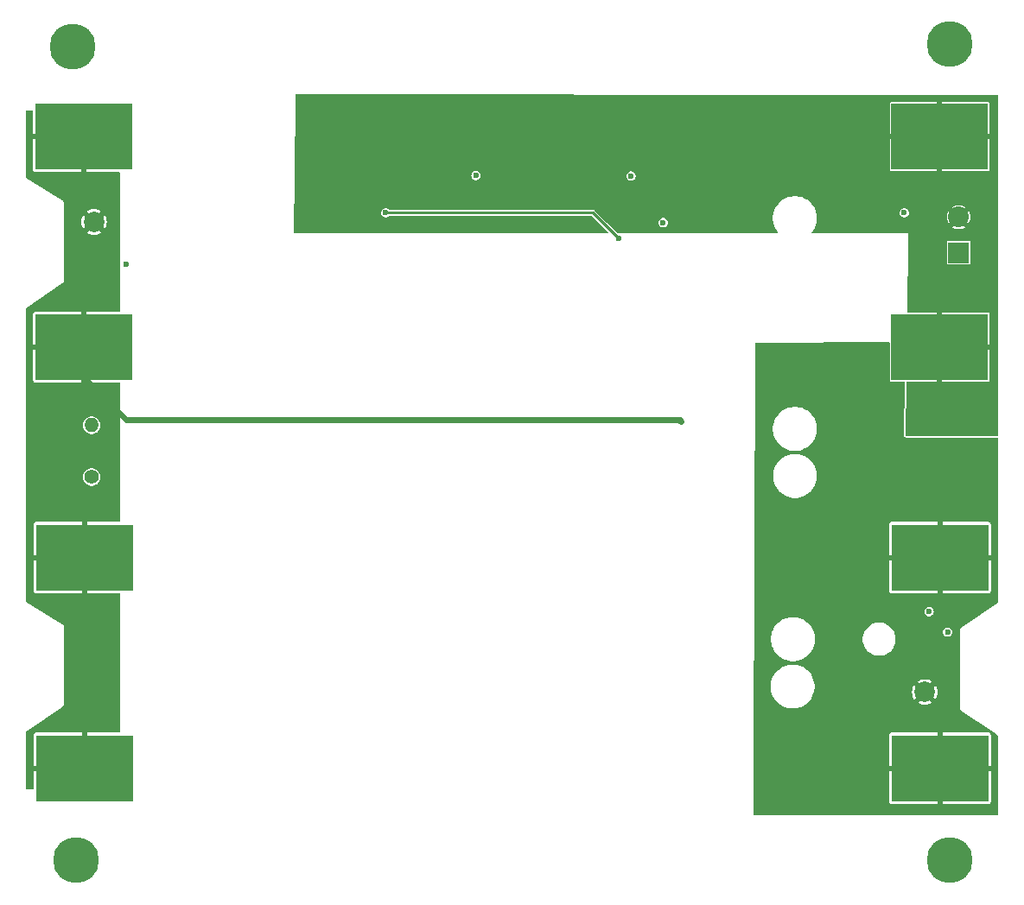
<source format=gbl>
%TF.GenerationSoftware,KiCad,Pcbnew,9.0.1*%
%TF.CreationDate,2025-04-05T20:39:17-07:00*%
%TF.ProjectId,batteryboard,62617474-6572-4796-926f-6172642e6b69,2.3*%
%TF.SameCoordinates,Original*%
%TF.FileFunction,Copper,L4,Bot*%
%TF.FilePolarity,Positive*%
%FSLAX45Y45*%
G04 Gerber Fmt 4.5, Leading zero omitted, Abs format (unit mm)*
G04 Created by KiCad (PCBNEW 9.0.1) date 2025-04-05 20:39:17*
%MOMM*%
%LPD*%
G01*
G04 APERTURE LIST*
%TA.AperFunction,ComponentPad*%
%ADD10C,2.000000*%
%TD*%
%TA.AperFunction,ComponentPad*%
%ADD11C,4.500000*%
%TD*%
%TA.AperFunction,ComponentPad*%
%ADD12R,2.032000X2.032000*%
%TD*%
%TA.AperFunction,ComponentPad*%
%ADD13C,2.032000*%
%TD*%
%TA.AperFunction,ComponentPad*%
%ADD14C,1.400000*%
%TD*%
%TA.AperFunction,ComponentPad*%
%ADD15O,1.400000X1.400000*%
%TD*%
%TA.AperFunction,SMDPad,CuDef*%
%ADD16R,9.467600X6.477000*%
%TD*%
%TA.AperFunction,ViaPad*%
%ADD17C,0.600000*%
%TD*%
%TA.AperFunction,Conductor*%
%ADD18C,0.609600*%
%TD*%
%TA.AperFunction,Conductor*%
%ADD19C,0.271780*%
%TD*%
G04 APERTURE END LIST*
D10*
%TO.P,TP1,1,1*%
%TO.N,B-*%
X14159230Y-12238990D03*
%TD*%
%TO.P,TP2,1,1*%
%TO.N,BM*%
X6018530Y-7628890D03*
%TD*%
D11*
%TO.P,H4,1,1*%
%TO.N,unconnected-(H4-Pad1)*%
X14401030Y-13889990D03*
%TD*%
%TO.P,H2,1,1*%
%TO.N,unconnected-(H2-Pad1)*%
X5806070Y-5909890D03*
%TD*%
%TO.P,H1,1,1*%
%TO.N,unconnected-(H1-Pad1)*%
X5844170Y-13885490D03*
%TD*%
%TO.P,H3,1,1*%
%TO.N,unconnected-(H3-Pad1)*%
X14401030Y-5888990D03*
%TD*%
D12*
%TO.P,J8,1,1*%
%TO.N,PACK-*%
X14490330Y-7931210D03*
D13*
%TO.P,J8,2,2*%
%TO.N,PACK+*%
X14490330Y-7581210D03*
%TD*%
D14*
%TO.P,TH1,1*%
%TO.N,PyCubed_SENSE*%
X5993930Y-10130790D03*
D15*
%TO.P,TH1,2*%
%TO.N,PYCUBED_GND*%
X5993930Y-9622790D03*
%TD*%
D16*
%TO.P,J2,1,NEG*%
%TO.N,BM*%
X5920740Y-8856980D03*
%TO.P,J2,2,POS*%
%TO.N,PACK+*%
X14302740Y-8856980D03*
%TD*%
%TO.P,J1,1,NEG*%
%TO.N,B-*%
X14305280Y-12984480D03*
%TO.P,J1,2,POS*%
%TO.N,BM*%
X5923280Y-12984480D03*
%TD*%
%TO.P,J3,1,NEG*%
%TO.N,B-*%
X14305280Y-10919460D03*
%TO.P,J3,2,POS*%
%TO.N,BM*%
X5923280Y-10919460D03*
%TD*%
%TO.P,J4,1,NEG*%
%TO.N,BM*%
X5920740Y-6791960D03*
%TO.P,J4,2,POS*%
%TO.N,PACK+*%
X14302740Y-6791960D03*
%TD*%
D17*
%TO.N,B-*%
X14325600Y-12979400D03*
X14655800Y-12979400D03*
X14503400Y-12979400D03*
X14173200Y-12979400D03*
X14655800Y-13208000D03*
X14173200Y-13208000D03*
X14325600Y-13208000D03*
X14503400Y-13208000D03*
X13187310Y-9067800D03*
X13271130Y-9067800D03*
X13106400Y-9067800D03*
X13187310Y-9156700D03*
X13106400Y-9156700D03*
X13271130Y-9156700D03*
X14325600Y-12750800D03*
X14655800Y-12750800D03*
X14503400Y-12750800D03*
X13187310Y-8978900D03*
X14173200Y-12750800D03*
X13106400Y-8978900D03*
X13271130Y-8978900D03*
%TO.N,BM*%
X5999570Y-12188190D03*
X5999570Y-11832590D03*
X5999570Y-12010390D03*
X5999570Y-11654790D03*
X6151970Y-11654790D03*
X6151970Y-11832590D03*
X6151970Y-12188190D03*
X6151970Y-12010390D03*
X5847170Y-12010390D03*
X5847170Y-11832590D03*
X5847170Y-11654790D03*
X5847170Y-12188190D03*
X11766550Y-9582150D03*
%TO.N,PACK+*%
X14084300Y-9474200D03*
X14300200Y-9474200D03*
X14528800Y-9474200D03*
X14744700Y-9474200D03*
X14528800Y-9613900D03*
X14084300Y-9613900D03*
X14300200Y-9613900D03*
X14744700Y-9613900D03*
X14084300Y-9334500D03*
X8571230Y-7514590D03*
X14300200Y-9334500D03*
X8177530Y-6777990D03*
X8572500Y-6769100D03*
X8177530Y-7514590D03*
X14744700Y-9334500D03*
X8177530Y-6879590D03*
X14528800Y-9334500D03*
X8572500Y-6896100D03*
%TO.N,/HEATER*%
X13956030Y-7539990D03*
X6336030Y-8047990D03*
X14381110Y-11650290D03*
%TO.N,PyCubed_ENABLE*%
X11162030Y-7793990D03*
X8876030Y-7539990D03*
%TO.N,PYCUBED_GND*%
X11594470Y-7635390D03*
X14199470Y-11450390D03*
X9759470Y-7175390D03*
X11279470Y-7177890D03*
%TD*%
D18*
%TO.N,BM*%
X11756390Y-9571990D02*
X11766550Y-9582150D01*
X5920740Y-8856980D02*
X5920740Y-9156700D01*
X5920740Y-9156700D02*
X6336030Y-9571990D01*
X6336030Y-9571990D02*
X11756390Y-9571990D01*
D19*
%TO.N,PyCubed_ENABLE*%
X11162030Y-7793990D02*
X10908030Y-7539990D01*
X10908030Y-7539990D02*
X8876030Y-7539990D01*
%TD*%
%TA.AperFunction,Conductor*%
%TO.N,PACK+*%
G36*
X13487400Y-6388100D02*
G01*
X13487402Y-6388100D01*
X13487407Y-6388100D01*
X14062203Y-6384343D01*
X14070299Y-6384290D01*
X14070348Y-6384290D01*
X14871137Y-6384290D01*
X14875971Y-6386049D01*
X14878543Y-6390504D01*
X14878657Y-6391808D01*
X14879018Y-8038776D01*
X14879387Y-9720679D01*
X14877628Y-9725513D01*
X14873174Y-9728086D01*
X14871867Y-9728200D01*
X13977047Y-9728200D01*
X13972213Y-9726441D01*
X13969641Y-9721986D01*
X13969528Y-9720586D01*
X13975961Y-9203496D01*
X13977781Y-9198685D01*
X13982267Y-9196169D01*
X13983481Y-9196070D01*
X14277340Y-9196070D01*
X14328140Y-9196070D01*
X14777621Y-9196070D01*
X14782066Y-9195186D01*
X14782066Y-9195186D01*
X14787107Y-9191817D01*
X14790476Y-9186776D01*
X14790476Y-9186776D01*
X14791360Y-9182331D01*
X14791360Y-8882380D01*
X14328140Y-8882380D01*
X14328140Y-9196070D01*
X14277340Y-9196070D01*
X14277340Y-8831580D01*
X14328140Y-8831580D01*
X14791360Y-8831580D01*
X14791360Y-8531629D01*
X14790476Y-8527184D01*
X14790476Y-8527184D01*
X14787107Y-8522143D01*
X14782066Y-8518774D01*
X14782066Y-8518774D01*
X14777621Y-8517890D01*
X14328140Y-8517890D01*
X14328140Y-8831580D01*
X14277340Y-8831580D01*
X14277340Y-8517890D01*
X13992105Y-8517890D01*
X13987272Y-8516131D01*
X13984700Y-8511676D01*
X13984586Y-8510276D01*
X13993073Y-7828104D01*
X14373440Y-7828104D01*
X14373440Y-8034316D01*
X14373440Y-8034316D01*
X14374327Y-8038776D01*
X14377706Y-8043833D01*
X14377706Y-8043833D01*
X14377707Y-8043834D01*
X14382764Y-8047213D01*
X14387224Y-8048100D01*
X14593436Y-8048100D01*
X14597896Y-8047213D01*
X14602953Y-8043834D01*
X14606333Y-8038776D01*
X14607220Y-8034316D01*
X14607220Y-7828105D01*
X14606333Y-7823644D01*
X14603047Y-7818727D01*
X14602953Y-7818587D01*
X14602953Y-7818587D01*
X14597896Y-7815207D01*
X14597896Y-7815207D01*
X14593436Y-7814320D01*
X14387224Y-7814320D01*
X14387224Y-7814320D01*
X14382764Y-7815207D01*
X14377707Y-7818587D01*
X14374327Y-7823644D01*
X14374327Y-7823644D01*
X14373440Y-7828104D01*
X13993073Y-7828104D01*
X13994130Y-7743190D01*
X13055027Y-7743190D01*
X13050193Y-7741431D01*
X13047621Y-7736976D01*
X13048514Y-7731910D01*
X13049061Y-7731092D01*
X13063691Y-7712026D01*
X13063691Y-7712026D01*
X13077814Y-7687564D01*
X13088623Y-7661469D01*
X13095933Y-7634186D01*
X13099620Y-7606183D01*
X13099620Y-7577937D01*
X13095933Y-7549934D01*
X13093269Y-7539990D01*
X13910274Y-7539990D01*
X13912128Y-7552881D01*
X13917538Y-7564727D01*
X13917538Y-7564728D01*
X13926067Y-7574570D01*
X13931306Y-7577937D01*
X13936399Y-7581210D01*
X13937023Y-7581611D01*
X13949518Y-7585280D01*
X13962542Y-7585280D01*
X13975037Y-7581611D01*
X13975037Y-7581611D01*
X13975038Y-7581611D01*
X13975661Y-7581210D01*
X14372989Y-7581210D01*
X14372989Y-7581210D01*
X14374987Y-7602771D01*
X14374987Y-7602772D01*
X14380913Y-7623598D01*
X14380913Y-7623599D01*
X14390565Y-7642982D01*
X14391456Y-7644162D01*
X14433749Y-7601870D01*
X14434419Y-7604369D01*
X14442318Y-7618051D01*
X14453489Y-7629222D01*
X14467171Y-7637121D01*
X14469670Y-7637791D01*
X14427642Y-7679819D01*
X14427642Y-7679819D01*
X14438027Y-7686249D01*
X14438027Y-7686249D01*
X14458218Y-7694071D01*
X14479504Y-7698050D01*
X14479504Y-7698050D01*
X14501156Y-7698050D01*
X14501156Y-7698050D01*
X14522442Y-7694071D01*
X14542632Y-7686249D01*
X14542633Y-7686249D01*
X14553018Y-7679819D01*
X14553018Y-7679819D01*
X14510990Y-7637791D01*
X14513489Y-7637121D01*
X14527171Y-7629222D01*
X14538342Y-7618051D01*
X14546241Y-7604369D01*
X14546911Y-7601870D01*
X14589203Y-7644163D01*
X14589203Y-7644163D01*
X14590095Y-7642982D01*
X14599747Y-7623599D01*
X14599747Y-7623598D01*
X14605672Y-7602772D01*
X14605673Y-7602771D01*
X14607671Y-7581210D01*
X14607671Y-7581210D01*
X14605673Y-7559649D01*
X14605672Y-7559648D01*
X14599747Y-7538822D01*
X14599747Y-7538822D01*
X14590095Y-7519438D01*
X14589203Y-7518258D01*
X14589203Y-7518258D01*
X14546911Y-7560550D01*
X14546241Y-7558051D01*
X14538342Y-7544369D01*
X14527171Y-7533198D01*
X14513489Y-7525299D01*
X14510990Y-7524629D01*
X14553018Y-7482601D01*
X14542633Y-7476171D01*
X14542633Y-7476171D01*
X14522442Y-7468349D01*
X14501156Y-7464370D01*
X14479504Y-7464370D01*
X14458218Y-7468349D01*
X14438026Y-7476171D01*
X14438026Y-7476171D01*
X14427642Y-7482601D01*
X14427642Y-7482601D01*
X14469670Y-7524629D01*
X14467171Y-7525299D01*
X14453489Y-7533198D01*
X14442318Y-7544369D01*
X14434419Y-7558051D01*
X14433749Y-7560550D01*
X14391456Y-7518258D01*
X14390565Y-7519438D01*
X14380913Y-7538822D01*
X14380913Y-7538822D01*
X14374987Y-7559648D01*
X14374987Y-7559649D01*
X14372989Y-7581210D01*
X13975661Y-7581210D01*
X13985994Y-7574570D01*
X13994522Y-7564727D01*
X13999932Y-7552881D01*
X14001786Y-7539990D01*
X13999932Y-7527099D01*
X13994522Y-7515253D01*
X13994522Y-7515252D01*
X13985993Y-7505410D01*
X13975037Y-7498369D01*
X13962542Y-7494700D01*
X13949518Y-7494700D01*
X13937023Y-7498369D01*
X13926067Y-7505410D01*
X13917538Y-7515252D01*
X13917538Y-7515253D01*
X13912128Y-7527099D01*
X13910274Y-7539990D01*
X13093269Y-7539990D01*
X13088623Y-7522651D01*
X13077814Y-7496556D01*
X13063691Y-7472094D01*
X13057764Y-7464370D01*
X13046497Y-7449686D01*
X13046496Y-7449685D01*
X13026525Y-7429714D01*
X13026523Y-7429713D01*
X13004116Y-7412519D01*
X12979654Y-7398396D01*
X12953559Y-7387587D01*
X12953559Y-7387587D01*
X12953559Y-7387587D01*
X12926276Y-7380277D01*
X12898273Y-7376590D01*
X12870027Y-7376590D01*
X12842024Y-7380277D01*
X12842023Y-7380277D01*
X12842023Y-7380277D01*
X12824727Y-7384911D01*
X12814741Y-7387587D01*
X12814741Y-7387587D01*
X12814740Y-7387587D01*
X12814740Y-7387587D01*
X12788645Y-7398396D01*
X12764184Y-7412519D01*
X12741776Y-7429713D01*
X12741775Y-7429714D01*
X12721804Y-7449685D01*
X12721803Y-7449686D01*
X12704609Y-7472094D01*
X12690486Y-7496555D01*
X12679677Y-7522650D01*
X12679677Y-7522650D01*
X12675344Y-7538822D01*
X12672367Y-7549934D01*
X12668680Y-7577937D01*
X12668680Y-7606183D01*
X12672367Y-7634186D01*
X12679318Y-7660128D01*
X12679677Y-7661469D01*
X12679677Y-7661469D01*
X12690486Y-7687564D01*
X12704609Y-7712026D01*
X12719239Y-7731092D01*
X12720786Y-7735998D01*
X12718817Y-7740750D01*
X12714254Y-7743126D01*
X12713273Y-7743190D01*
X11155186Y-7743190D01*
X11150352Y-7741431D01*
X11149868Y-7740987D01*
X11044271Y-7635390D01*
X11548714Y-7635390D01*
X11550568Y-7648281D01*
X11555978Y-7660127D01*
X11555978Y-7660128D01*
X11564507Y-7669970D01*
X11575463Y-7677011D01*
X11587958Y-7680680D01*
X11600982Y-7680680D01*
X11613477Y-7677011D01*
X11613477Y-7677011D01*
X11613478Y-7677011D01*
X11624434Y-7669970D01*
X11632962Y-7660127D01*
X11638372Y-7648281D01*
X11640226Y-7635390D01*
X11638372Y-7622499D01*
X11632962Y-7610653D01*
X11632962Y-7610652D01*
X11624433Y-7600810D01*
X11613477Y-7593769D01*
X11600982Y-7590100D01*
X11587958Y-7590100D01*
X11575463Y-7593769D01*
X11564507Y-7600810D01*
X11555978Y-7610652D01*
X11555978Y-7610653D01*
X11550568Y-7622499D01*
X11548714Y-7635390D01*
X11044271Y-7635390D01*
X10925763Y-7516881D01*
X10925762Y-7516881D01*
X10919177Y-7513079D01*
X10916729Y-7512423D01*
X10911832Y-7511111D01*
X10911832Y-7511111D01*
X8914368Y-7511111D01*
X8909534Y-7509352D01*
X8908685Y-7508516D01*
X8905993Y-7505410D01*
X8895037Y-7498369D01*
X8882542Y-7494700D01*
X8869518Y-7494700D01*
X8857023Y-7498369D01*
X8846067Y-7505410D01*
X8837538Y-7515252D01*
X8837538Y-7515253D01*
X8832128Y-7527099D01*
X8830274Y-7539990D01*
X8832128Y-7552881D01*
X8837538Y-7564727D01*
X8837538Y-7564728D01*
X8846067Y-7574570D01*
X8851306Y-7577937D01*
X8856399Y-7581210D01*
X8857023Y-7581611D01*
X8869518Y-7585280D01*
X8882542Y-7585280D01*
X8895037Y-7581611D01*
X8895037Y-7581611D01*
X8895038Y-7581611D01*
X8905994Y-7574570D01*
X8908685Y-7571464D01*
X8913180Y-7568963D01*
X8914368Y-7568869D01*
X10892953Y-7568869D01*
X10897787Y-7570628D01*
X10898271Y-7571072D01*
X11057552Y-7730353D01*
X11059726Y-7735015D01*
X11058394Y-7739983D01*
X11054180Y-7742934D01*
X11052234Y-7743190D01*
X7981955Y-7743190D01*
X7977121Y-7741431D01*
X7974549Y-7736976D01*
X7974436Y-7735565D01*
X7974444Y-7735015D01*
X7982227Y-7175390D01*
X9713714Y-7175390D01*
X9715568Y-7188281D01*
X9720978Y-7200127D01*
X9720978Y-7200128D01*
X9729507Y-7209970D01*
X9740463Y-7217011D01*
X9752958Y-7220680D01*
X9765982Y-7220680D01*
X9778477Y-7217011D01*
X9778477Y-7217011D01*
X9778478Y-7217011D01*
X9789434Y-7209970D01*
X9797962Y-7200127D01*
X9803372Y-7188281D01*
X9804866Y-7177890D01*
X11233714Y-7177890D01*
X11235568Y-7190781D01*
X11240978Y-7202627D01*
X11240978Y-7202628D01*
X11249507Y-7212470D01*
X11260463Y-7219511D01*
X11272958Y-7223180D01*
X11285982Y-7223180D01*
X11298477Y-7219511D01*
X11298477Y-7219511D01*
X11298478Y-7219511D01*
X11309434Y-7212470D01*
X11317962Y-7202627D01*
X11323372Y-7190781D01*
X11325226Y-7177890D01*
X11323372Y-7164999D01*
X11322230Y-7162499D01*
X11317962Y-7153153D01*
X11317962Y-7153152D01*
X11309433Y-7143310D01*
X11298477Y-7136269D01*
X11285982Y-7132600D01*
X11272958Y-7132600D01*
X11260463Y-7136269D01*
X11249507Y-7143310D01*
X11240978Y-7153152D01*
X11240978Y-7153153D01*
X11235568Y-7164999D01*
X11233714Y-7177890D01*
X9804866Y-7177890D01*
X9805226Y-7175390D01*
X9803372Y-7162499D01*
X9797962Y-7150653D01*
X9797962Y-7150652D01*
X9789433Y-7140810D01*
X9778477Y-7133769D01*
X9765982Y-7130100D01*
X9752958Y-7130100D01*
X9740463Y-7133769D01*
X9729507Y-7140810D01*
X9720978Y-7150652D01*
X9720978Y-7150653D01*
X9715568Y-7162499D01*
X9713714Y-7175390D01*
X7982227Y-7175390D01*
X7983035Y-7117311D01*
X13814120Y-7117311D01*
X13815004Y-7121756D01*
X13815004Y-7121756D01*
X13818373Y-7126797D01*
X13823413Y-7130166D01*
X13823414Y-7130166D01*
X13827859Y-7131050D01*
X14277340Y-7131050D01*
X14328140Y-7131050D01*
X14777621Y-7131050D01*
X14782066Y-7130166D01*
X14782066Y-7130166D01*
X14787107Y-7126797D01*
X14790476Y-7121756D01*
X14790476Y-7121756D01*
X14791360Y-7117311D01*
X14791360Y-6817360D01*
X14328140Y-6817360D01*
X14328140Y-7131050D01*
X14277340Y-7131050D01*
X14277340Y-6817360D01*
X13814120Y-6817360D01*
X13814120Y-7117311D01*
X7983035Y-7117311D01*
X7992085Y-6466609D01*
X13814120Y-6466609D01*
X13814120Y-6766560D01*
X14277340Y-6766560D01*
X14328140Y-6766560D01*
X14791360Y-6766560D01*
X14791360Y-6466609D01*
X14790476Y-6462164D01*
X14790476Y-6462163D01*
X14787107Y-6457123D01*
X14782066Y-6453754D01*
X14782066Y-6453754D01*
X14777621Y-6452870D01*
X14328140Y-6452870D01*
X14328140Y-6766560D01*
X14277340Y-6766560D01*
X14277340Y-6452870D01*
X13827859Y-6452870D01*
X13823414Y-6453754D01*
X13823413Y-6453754D01*
X13818373Y-6457123D01*
X13815004Y-6462163D01*
X13815004Y-6462164D01*
X13814120Y-6466609D01*
X7992085Y-6466609D01*
X7993276Y-6380930D01*
X7995103Y-6376121D01*
X7999593Y-6373611D01*
X8000815Y-6373515D01*
X13487400Y-6388100D01*
G37*
%TD.AperFunction*%
%TD*%
%TA.AperFunction,Conductor*%
%TO.N,B-*%
G36*
X13811353Y-8808641D02*
G01*
X13813949Y-8813082D01*
X13814070Y-8814427D01*
X13814070Y-9182336D01*
X13814070Y-9182336D01*
X13814957Y-9186796D01*
X13818336Y-9191853D01*
X13818336Y-9191853D01*
X13818337Y-9191853D01*
X13823394Y-9195233D01*
X13827854Y-9196120D01*
X13952648Y-9196120D01*
X13957481Y-9197879D01*
X13960053Y-9202334D01*
X13960167Y-9203734D01*
X13953739Y-9720388D01*
X13953739Y-9720391D01*
X13953789Y-9721863D01*
X13953789Y-9721864D01*
X13953903Y-9723263D01*
X13953903Y-9723264D01*
X13955967Y-9729881D01*
X13955967Y-9729881D01*
X13958538Y-9734335D01*
X13958539Y-9734336D01*
X13960118Y-9736590D01*
X13966813Y-9741278D01*
X13966813Y-9741278D01*
X13966813Y-9741279D01*
X13971647Y-9743038D01*
X13977047Y-9743990D01*
X13977047Y-9743990D01*
X14871873Y-9743990D01*
X14876707Y-9745749D01*
X14879279Y-9750204D01*
X14879393Y-9751508D01*
X14879746Y-11359158D01*
X14877987Y-11363992D01*
X14876413Y-11365406D01*
X14515282Y-11607539D01*
X14514855Y-11607805D01*
X14512519Y-11609154D01*
X14512518Y-11609154D01*
X14512315Y-11609357D01*
X14511188Y-11610284D01*
X14510950Y-11610444D01*
X14510949Y-11610444D01*
X14509175Y-11612474D01*
X14508831Y-11612842D01*
X14506924Y-11614749D01*
X14506780Y-11614997D01*
X14505931Y-11616185D01*
X14505742Y-11616401D01*
X14505741Y-11616402D01*
X14504553Y-11618822D01*
X14504316Y-11619266D01*
X14502968Y-11621600D01*
X14502967Y-11621602D01*
X14502893Y-11621879D01*
X14502381Y-11623244D01*
X14502254Y-11623502D01*
X14502253Y-11623504D01*
X14501732Y-11626149D01*
X14501618Y-11626639D01*
X14500920Y-11629243D01*
X14500920Y-11629530D01*
X14500778Y-11630985D01*
X14500723Y-11631265D01*
X14500722Y-11631266D01*
X14500903Y-11633955D01*
X14500920Y-11634459D01*
X14500920Y-12393941D01*
X14500903Y-12394444D01*
X14500722Y-12397134D01*
X14500722Y-12397134D01*
X14500778Y-12397414D01*
X14500920Y-12398870D01*
X14500920Y-12399156D01*
X14501618Y-12401761D01*
X14501732Y-12402251D01*
X14502254Y-12404897D01*
X14502254Y-12404898D01*
X14502380Y-12405154D01*
X14502893Y-12406521D01*
X14502968Y-12406799D01*
X14502968Y-12406799D01*
X14504316Y-12409134D01*
X14504553Y-12409579D01*
X14505742Y-12411998D01*
X14505930Y-12412214D01*
X14506781Y-12413403D01*
X14506924Y-12413651D01*
X14508830Y-12415557D01*
X14509174Y-12415925D01*
X14510949Y-12417956D01*
X14511187Y-12418115D01*
X14512316Y-12419044D01*
X14512519Y-12419246D01*
X14513788Y-12419978D01*
X14514855Y-12420595D01*
X14515281Y-12420860D01*
X14829653Y-12631642D01*
X14876401Y-12662986D01*
X14879436Y-12667139D01*
X14879733Y-12669238D01*
X14879189Y-13333730D01*
X14879103Y-13437976D01*
X14877340Y-13442808D01*
X14872883Y-13445377D01*
X14871583Y-13445490D01*
X12485301Y-13445490D01*
X12480467Y-13443731D01*
X12477895Y-13439276D01*
X12477781Y-13437939D01*
X12478304Y-13310832D01*
X13806500Y-13310832D01*
X13807974Y-13318240D01*
X13813588Y-13326642D01*
X13821989Y-13332256D01*
X13821990Y-13332256D01*
X13829398Y-13333730D01*
X14279880Y-13333730D01*
X14330680Y-13333730D01*
X14781162Y-13333730D01*
X14781162Y-13333730D01*
X14788570Y-13332256D01*
X14796972Y-13326642D01*
X14802586Y-13318240D01*
X14802586Y-13318240D01*
X14804060Y-13310832D01*
X14804060Y-13009880D01*
X14330680Y-13009880D01*
X14330680Y-13333730D01*
X14279880Y-13333730D01*
X14279880Y-13009880D01*
X13806500Y-13009880D01*
X13806500Y-13310832D01*
X12478304Y-13310832D01*
X12480988Y-12658128D01*
X13806500Y-12658128D01*
X13806500Y-12959080D01*
X14279880Y-12959080D01*
X14330680Y-12959080D01*
X14804060Y-12959080D01*
X14804060Y-12658128D01*
X14804060Y-12658128D01*
X14802586Y-12650719D01*
X14796972Y-12642317D01*
X14788570Y-12636704D01*
X14788570Y-12636704D01*
X14781162Y-12635230D01*
X14330680Y-12635230D01*
X14330680Y-12959080D01*
X14279880Y-12959080D01*
X14279880Y-12635230D01*
X13829398Y-12635230D01*
X13829398Y-12635230D01*
X13821989Y-12636704D01*
X13813587Y-12642318D01*
X13807974Y-12650719D01*
X13807974Y-12650720D01*
X13806500Y-12658128D01*
X12480988Y-12658128D01*
X12482995Y-12170257D01*
X12648360Y-12170257D01*
X12648360Y-12198503D01*
X12652047Y-12226506D01*
X12652047Y-12226507D01*
X12652047Y-12226507D01*
X12659357Y-12253789D01*
X12659357Y-12253789D01*
X12670166Y-12279884D01*
X12684289Y-12304346D01*
X12701483Y-12326753D01*
X12701484Y-12326755D01*
X12721455Y-12346726D01*
X12721456Y-12346727D01*
X12735206Y-12357277D01*
X12743864Y-12363921D01*
X12768326Y-12378044D01*
X12794421Y-12388853D01*
X12821704Y-12396163D01*
X12849707Y-12399850D01*
X12849708Y-12399850D01*
X12877952Y-12399850D01*
X12877953Y-12399850D01*
X12905956Y-12396163D01*
X12933239Y-12388853D01*
X12959334Y-12378044D01*
X12983796Y-12363921D01*
X13006204Y-12346726D01*
X13026176Y-12326754D01*
X13043371Y-12304346D01*
X13057494Y-12279884D01*
X13068303Y-12253789D01*
X13072268Y-12238990D01*
X14033351Y-12238990D01*
X14035263Y-12260848D01*
X14040942Y-12282043D01*
X14040942Y-12282043D01*
X14050215Y-12301929D01*
X14054397Y-12307902D01*
X14110814Y-12251485D01*
X14112637Y-12258289D01*
X14119220Y-12269691D01*
X14128529Y-12279000D01*
X14139931Y-12285582D01*
X14146735Y-12287406D01*
X14090318Y-12343822D01*
X14090318Y-12343823D01*
X14096291Y-12348004D01*
X14096291Y-12348005D01*
X14116176Y-12357277D01*
X14116177Y-12357277D01*
X14137372Y-12362957D01*
X14159230Y-12364869D01*
X14181088Y-12362957D01*
X14202283Y-12357277D01*
X14202283Y-12357277D01*
X14222169Y-12348005D01*
X14228142Y-12343822D01*
X14171725Y-12287406D01*
X14178529Y-12285582D01*
X14189931Y-12279000D01*
X14199240Y-12269691D01*
X14205822Y-12258289D01*
X14207646Y-12251485D01*
X14264062Y-12307902D01*
X14268245Y-12301929D01*
X14277517Y-12282043D01*
X14277517Y-12282043D01*
X14283197Y-12260848D01*
X14285109Y-12238990D01*
X14283197Y-12217132D01*
X14277517Y-12195937D01*
X14277517Y-12195936D01*
X14268244Y-12176051D01*
X14264063Y-12170078D01*
X14264062Y-12170078D01*
X14207646Y-12226495D01*
X14205822Y-12219691D01*
X14199240Y-12208289D01*
X14189931Y-12198980D01*
X14178529Y-12192397D01*
X14171725Y-12190574D01*
X14228142Y-12134157D01*
X14222169Y-12129975D01*
X14202283Y-12120702D01*
X14202283Y-12120702D01*
X14181088Y-12115023D01*
X14159230Y-12113111D01*
X14137372Y-12115023D01*
X14116177Y-12120702D01*
X14116176Y-12120702D01*
X14096291Y-12129975D01*
X14096291Y-12129975D01*
X14090318Y-12134157D01*
X14090318Y-12134157D01*
X14146735Y-12190574D01*
X14139931Y-12192397D01*
X14128529Y-12198980D01*
X14119220Y-12208289D01*
X14112637Y-12219691D01*
X14110814Y-12226495D01*
X14054397Y-12170078D01*
X14054397Y-12170078D01*
X14050215Y-12176051D01*
X14050215Y-12176051D01*
X14040942Y-12195936D01*
X14040942Y-12195937D01*
X14035263Y-12217132D01*
X14033351Y-12238990D01*
X13072268Y-12238990D01*
X13075613Y-12226506D01*
X13079300Y-12198503D01*
X13079300Y-12170257D01*
X13075613Y-12142254D01*
X13068303Y-12114971D01*
X13057494Y-12088876D01*
X13043371Y-12064414D01*
X13026176Y-12042006D01*
X13026176Y-12042006D01*
X13026176Y-12042005D01*
X13006205Y-12022034D01*
X13006203Y-12022033D01*
X12983796Y-12004839D01*
X12959334Y-11990716D01*
X12933239Y-11979907D01*
X12933239Y-11979907D01*
X12933239Y-11979907D01*
X12905956Y-11972597D01*
X12877953Y-11968910D01*
X12849707Y-11968910D01*
X12821704Y-11972597D01*
X12821703Y-11972597D01*
X12821703Y-11972597D01*
X12804407Y-11977231D01*
X12794421Y-11979907D01*
X12794421Y-11979907D01*
X12794420Y-11979907D01*
X12794420Y-11979907D01*
X12768325Y-11990716D01*
X12743864Y-12004839D01*
X12721456Y-12022033D01*
X12721455Y-12022034D01*
X12701484Y-12042005D01*
X12701483Y-12042006D01*
X12684289Y-12064414D01*
X12670166Y-12088875D01*
X12659357Y-12114970D01*
X12659357Y-12114970D01*
X12659357Y-12114971D01*
X12652047Y-12142254D01*
X12648360Y-12170257D01*
X12482995Y-12170257D01*
X12484907Y-11705437D01*
X12650900Y-11705437D01*
X12650900Y-11733683D01*
X12654587Y-11761686D01*
X12659975Y-11781796D01*
X12661897Y-11788969D01*
X12661897Y-11788969D01*
X12672706Y-11815064D01*
X12686829Y-11839526D01*
X12704023Y-11861933D01*
X12704024Y-11861935D01*
X12723995Y-11881906D01*
X12723996Y-11881906D01*
X12723996Y-11881906D01*
X12746404Y-11899101D01*
X12770866Y-11913224D01*
X12796961Y-11924033D01*
X12824244Y-11931343D01*
X12852247Y-11935030D01*
X12852248Y-11935030D01*
X12880492Y-11935030D01*
X12880493Y-11935030D01*
X12908496Y-11931343D01*
X12935779Y-11924033D01*
X12961874Y-11913224D01*
X12986336Y-11899101D01*
X13008744Y-11881906D01*
X13028716Y-11861934D01*
X13045911Y-11839526D01*
X13060034Y-11815064D01*
X13070843Y-11788969D01*
X13078153Y-11761686D01*
X13081840Y-11733683D01*
X13081840Y-11706800D01*
X13547520Y-11706800D01*
X13547520Y-11732320D01*
X13551512Y-11757525D01*
X13551512Y-11757526D01*
X13552864Y-11761687D01*
X13559398Y-11781796D01*
X13570984Y-11804535D01*
X13578634Y-11815064D01*
X13585984Y-11825181D01*
X13585985Y-11825181D01*
X13604028Y-11843225D01*
X13604029Y-11843226D01*
X13604029Y-11843226D01*
X13624675Y-11858226D01*
X13647414Y-11869812D01*
X13671684Y-11877698D01*
X13696890Y-11881690D01*
X13696890Y-11881690D01*
X13722409Y-11881690D01*
X13722410Y-11881690D01*
X13747615Y-11877698D01*
X13771886Y-11869812D01*
X13794625Y-11858226D01*
X13815271Y-11843226D01*
X13833316Y-11825181D01*
X13848316Y-11804535D01*
X13859902Y-11781796D01*
X13867788Y-11757525D01*
X13871780Y-11732320D01*
X13871780Y-11706800D01*
X13867788Y-11681594D01*
X13859902Y-11657324D01*
X13856318Y-11650290D01*
X14335354Y-11650290D01*
X14337208Y-11663181D01*
X14342618Y-11675027D01*
X14342618Y-11675028D01*
X14351147Y-11684870D01*
X14362103Y-11691911D01*
X14374598Y-11695580D01*
X14387622Y-11695580D01*
X14400117Y-11691911D01*
X14400117Y-11691911D01*
X14400118Y-11691911D01*
X14411074Y-11684870D01*
X14419602Y-11675027D01*
X14425012Y-11663181D01*
X14426866Y-11650290D01*
X14425012Y-11637399D01*
X14423554Y-11634207D01*
X14419602Y-11625553D01*
X14419602Y-11625552D01*
X14413770Y-11618822D01*
X14411074Y-11615710D01*
X14411073Y-11615710D01*
X14411073Y-11615710D01*
X14400117Y-11608669D01*
X14387622Y-11605000D01*
X14374598Y-11605000D01*
X14362103Y-11608669D01*
X14351147Y-11615710D01*
X14342618Y-11625552D01*
X14342618Y-11625553D01*
X14337208Y-11637399D01*
X14335354Y-11650290D01*
X13856318Y-11650290D01*
X13848316Y-11634585D01*
X13833316Y-11613939D01*
X13833316Y-11613939D01*
X13833315Y-11613938D01*
X13815271Y-11595895D01*
X13815271Y-11595894D01*
X13794625Y-11580894D01*
X13794625Y-11580894D01*
X13794625Y-11580894D01*
X13771886Y-11569308D01*
X13771886Y-11569308D01*
X13771885Y-11569308D01*
X13747616Y-11561422D01*
X13747615Y-11561422D01*
X13722410Y-11557430D01*
X13722410Y-11557430D01*
X13696890Y-11557430D01*
X13696890Y-11557430D01*
X13671685Y-11561422D01*
X13671684Y-11561422D01*
X13647415Y-11569308D01*
X13647414Y-11569308D01*
X13647414Y-11569308D01*
X13647413Y-11569308D01*
X13647413Y-11569308D01*
X13624675Y-11580894D01*
X13604029Y-11595894D01*
X13604028Y-11595895D01*
X13585985Y-11613938D01*
X13585984Y-11613939D01*
X13570984Y-11634585D01*
X13559398Y-11657323D01*
X13559398Y-11657325D01*
X13551512Y-11681594D01*
X13551512Y-11681595D01*
X13547520Y-11706800D01*
X13081840Y-11706800D01*
X13081840Y-11705437D01*
X13078153Y-11677434D01*
X13070843Y-11650151D01*
X13060034Y-11624056D01*
X13058616Y-11621600D01*
X13052175Y-11610444D01*
X13045911Y-11599594D01*
X13043072Y-11595894D01*
X13028717Y-11577186D01*
X13028716Y-11577185D01*
X13008745Y-11557214D01*
X13008743Y-11557213D01*
X12986336Y-11540019D01*
X12961874Y-11525896D01*
X12935779Y-11515087D01*
X12935779Y-11515087D01*
X12935779Y-11515087D01*
X12908496Y-11507777D01*
X12880493Y-11504090D01*
X12852247Y-11504090D01*
X12824244Y-11507777D01*
X12824243Y-11507777D01*
X12824243Y-11507777D01*
X12806947Y-11512411D01*
X12796961Y-11515087D01*
X12796961Y-11515087D01*
X12796960Y-11515087D01*
X12796960Y-11515087D01*
X12770865Y-11525896D01*
X12746404Y-11540019D01*
X12723996Y-11557213D01*
X12723995Y-11557214D01*
X12704024Y-11577185D01*
X12704023Y-11577186D01*
X12686829Y-11599594D01*
X12672706Y-11624055D01*
X12661897Y-11650150D01*
X12661897Y-11650150D01*
X12655232Y-11675027D01*
X12654587Y-11677434D01*
X12650900Y-11705437D01*
X12484907Y-11705437D01*
X12485956Y-11450390D01*
X14153714Y-11450390D01*
X14155568Y-11463281D01*
X14160978Y-11475127D01*
X14160978Y-11475128D01*
X14169507Y-11484970D01*
X14180463Y-11492011D01*
X14192958Y-11495680D01*
X14205982Y-11495680D01*
X14218477Y-11492011D01*
X14218477Y-11492011D01*
X14218478Y-11492011D01*
X14229434Y-11484970D01*
X14237962Y-11475127D01*
X14243372Y-11463281D01*
X14245226Y-11450390D01*
X14243372Y-11437499D01*
X14237962Y-11425653D01*
X14237962Y-11425652D01*
X14229433Y-11415810D01*
X14218477Y-11408769D01*
X14205982Y-11405100D01*
X14192958Y-11405100D01*
X14180463Y-11408769D01*
X14169507Y-11415810D01*
X14160978Y-11425652D01*
X14160978Y-11425653D01*
X14155568Y-11437499D01*
X14153714Y-11450390D01*
X12485956Y-11450390D01*
X12486797Y-11245812D01*
X13806500Y-11245812D01*
X13807974Y-11253220D01*
X13813588Y-11261622D01*
X13821989Y-11267236D01*
X13821990Y-11267236D01*
X13829398Y-11268710D01*
X14279880Y-11268710D01*
X14330680Y-11268710D01*
X14781162Y-11268710D01*
X14781162Y-11268710D01*
X14788570Y-11267236D01*
X14796972Y-11261622D01*
X14802586Y-11253220D01*
X14802586Y-11253220D01*
X14804060Y-11245812D01*
X14804060Y-10944860D01*
X14330680Y-10944860D01*
X14330680Y-11268710D01*
X14279880Y-11268710D01*
X14279880Y-10944860D01*
X13806500Y-10944860D01*
X13806500Y-11245812D01*
X12486797Y-11245812D01*
X12488035Y-10944860D01*
X12489482Y-10593108D01*
X13806500Y-10593108D01*
X13806500Y-10894060D01*
X14279880Y-10894060D01*
X14330680Y-10894060D01*
X14804060Y-10894060D01*
X14804060Y-10593108D01*
X14804060Y-10593108D01*
X14802586Y-10585699D01*
X14796972Y-10577298D01*
X14788570Y-10571684D01*
X14788570Y-10571684D01*
X14781162Y-10570210D01*
X14330680Y-10570210D01*
X14330680Y-10894060D01*
X14279880Y-10894060D01*
X14279880Y-10570210D01*
X13829398Y-10570210D01*
X13829398Y-10570210D01*
X13821989Y-10571684D01*
X13813587Y-10577298D01*
X13807974Y-10585699D01*
X13807974Y-10585700D01*
X13806500Y-10593108D01*
X12489482Y-10593108D01*
X12491488Y-10105237D01*
X12671220Y-10105237D01*
X12671220Y-10133483D01*
X12674907Y-10161486D01*
X12674907Y-10161487D01*
X12674907Y-10161487D01*
X12682217Y-10188769D01*
X12682217Y-10188770D01*
X12693026Y-10214865D01*
X12707149Y-10239326D01*
X12724343Y-10261734D01*
X12724344Y-10261735D01*
X12744315Y-10281706D01*
X12744316Y-10281706D01*
X12744316Y-10281707D01*
X12766724Y-10298901D01*
X12791186Y-10313024D01*
X12817281Y-10323833D01*
X12844564Y-10331143D01*
X12872567Y-10334830D01*
X12872568Y-10334830D01*
X12900812Y-10334830D01*
X12900813Y-10334830D01*
X12928816Y-10331143D01*
X12956099Y-10323833D01*
X12982194Y-10313024D01*
X13006656Y-10298901D01*
X13029064Y-10281707D01*
X13049036Y-10261734D01*
X13066231Y-10239326D01*
X13080354Y-10214864D01*
X13091163Y-10188769D01*
X13098473Y-10161486D01*
X13102160Y-10133483D01*
X13102160Y-10105237D01*
X13098473Y-10077234D01*
X13091163Y-10049951D01*
X13080354Y-10023856D01*
X13066231Y-9999394D01*
X13049036Y-9976986D01*
X13049036Y-9976986D01*
X13049036Y-9976985D01*
X13029065Y-9957014D01*
X13029063Y-9957013D01*
X13006656Y-9939819D01*
X12982194Y-9925696D01*
X12956099Y-9914887D01*
X12956099Y-9914887D01*
X12956099Y-9914887D01*
X12928816Y-9907577D01*
X12900813Y-9903890D01*
X12872567Y-9903890D01*
X12844564Y-9907577D01*
X12844563Y-9907577D01*
X12844563Y-9907577D01*
X12827267Y-9912211D01*
X12817281Y-9914887D01*
X12817281Y-9914887D01*
X12817280Y-9914887D01*
X12817280Y-9914887D01*
X12791185Y-9925696D01*
X12766724Y-9939819D01*
X12744316Y-9957013D01*
X12744315Y-9957014D01*
X12724344Y-9976985D01*
X12724343Y-9976986D01*
X12707149Y-9999394D01*
X12693026Y-10023855D01*
X12682217Y-10049950D01*
X12682217Y-10049951D01*
X12682217Y-10049951D01*
X12674907Y-10077234D01*
X12671220Y-10105237D01*
X12491488Y-10105237D01*
X12493390Y-9642957D01*
X12668680Y-9642957D01*
X12668680Y-9671203D01*
X12672367Y-9699206D01*
X12678813Y-9723263D01*
X12679677Y-9726489D01*
X12679677Y-9726490D01*
X12690486Y-9752585D01*
X12704609Y-9777046D01*
X12721803Y-9799454D01*
X12721804Y-9799455D01*
X12741775Y-9819426D01*
X12741776Y-9819426D01*
X12741776Y-9819427D01*
X12764184Y-9836621D01*
X12788646Y-9850744D01*
X12814741Y-9861553D01*
X12842024Y-9868863D01*
X12870027Y-9872550D01*
X12870028Y-9872550D01*
X12898272Y-9872550D01*
X12898273Y-9872550D01*
X12926276Y-9868863D01*
X12953559Y-9861553D01*
X12979654Y-9850744D01*
X13004116Y-9836621D01*
X13026524Y-9819427D01*
X13046496Y-9799454D01*
X13063691Y-9777046D01*
X13077814Y-9752584D01*
X13088623Y-9726489D01*
X13095933Y-9699206D01*
X13099620Y-9671203D01*
X13099620Y-9642957D01*
X13095933Y-9614954D01*
X13088623Y-9587671D01*
X13077814Y-9561576D01*
X13063691Y-9537114D01*
X13046496Y-9514706D01*
X13046496Y-9514706D01*
X13046496Y-9514705D01*
X13026525Y-9494734D01*
X13026523Y-9494733D01*
X13004116Y-9477539D01*
X12979654Y-9463416D01*
X12953559Y-9452607D01*
X12953559Y-9452607D01*
X12953559Y-9452607D01*
X12926276Y-9445297D01*
X12898273Y-9441610D01*
X12870027Y-9441610D01*
X12842024Y-9445297D01*
X12842023Y-9445297D01*
X12842023Y-9445297D01*
X12824727Y-9449931D01*
X12814741Y-9452607D01*
X12814741Y-9452607D01*
X12814740Y-9452607D01*
X12814740Y-9452607D01*
X12788645Y-9463416D01*
X12764184Y-9477539D01*
X12741776Y-9494733D01*
X12741775Y-9494734D01*
X12721804Y-9514705D01*
X12721803Y-9514706D01*
X12704609Y-9537114D01*
X12690486Y-9561575D01*
X12679677Y-9587670D01*
X12679677Y-9587671D01*
X12679677Y-9587671D01*
X12672367Y-9614954D01*
X12668680Y-9642957D01*
X12493390Y-9642957D01*
X12496769Y-8821250D01*
X12498548Y-8816423D01*
X12503014Y-8813870D01*
X12504248Y-8813761D01*
X13806511Y-8806907D01*
X13811353Y-8808641D01*
G37*
%TD.AperFunction*%
%TD*%
%TA.AperFunction,Conductor*%
%TO.N,BM*%
G36*
X5419274Y-6538449D02*
G01*
X5421846Y-6542904D01*
X5421960Y-6544210D01*
X5421960Y-6766560D01*
X5913220Y-6766560D01*
X5918054Y-6768319D01*
X5920626Y-6772774D01*
X5920740Y-6774080D01*
X5920740Y-6791960D01*
X5938620Y-6791960D01*
X5943454Y-6793719D01*
X5946026Y-6798174D01*
X5946140Y-6799480D01*
X5946140Y-7141210D01*
X6265129Y-7141210D01*
X6269963Y-7142969D01*
X6272535Y-7147424D01*
X6272649Y-7148728D01*
X6272906Y-8500209D01*
X6271148Y-8505043D01*
X6266694Y-8507616D01*
X6265386Y-8507730D01*
X5946140Y-8507730D01*
X5946140Y-9206230D01*
X6265522Y-9206230D01*
X6270356Y-9207989D01*
X6272928Y-9212444D01*
X6273042Y-9213749D01*
X6273120Y-9622790D01*
X6273232Y-10212352D01*
X6273299Y-10562689D01*
X6271541Y-10567523D01*
X6267086Y-10570096D01*
X6265779Y-10570210D01*
X5948680Y-10570210D01*
X5948680Y-11268710D01*
X6265915Y-11268710D01*
X6270749Y-11270469D01*
X6273321Y-11274924D01*
X6273435Y-11276228D01*
X6273693Y-12627709D01*
X6271934Y-12632543D01*
X6267480Y-12635115D01*
X6266173Y-12635230D01*
X5948680Y-12635230D01*
X5948680Y-12976960D01*
X5946921Y-12981794D01*
X5942466Y-12984366D01*
X5941160Y-12984480D01*
X5923280Y-12984480D01*
X5923280Y-13002360D01*
X5921521Y-13007194D01*
X5917066Y-13009766D01*
X5915760Y-13009880D01*
X5424500Y-13009880D01*
X5424500Y-13183970D01*
X5422741Y-13188804D01*
X5418286Y-13191376D01*
X5416980Y-13191490D01*
X5357242Y-13191490D01*
X5352408Y-13189731D01*
X5349836Y-13185276D01*
X5349722Y-13183973D01*
X5349651Y-12984480D01*
X5349536Y-12658128D01*
X5424500Y-12658128D01*
X5424500Y-12959080D01*
X5897880Y-12959080D01*
X5897880Y-12635230D01*
X5447398Y-12635230D01*
X5447398Y-12635230D01*
X5439989Y-12636704D01*
X5431588Y-12642318D01*
X5425974Y-12650719D01*
X5425974Y-12650720D01*
X5424500Y-12658128D01*
X5349536Y-12658128D01*
X5349527Y-12632720D01*
X5351285Y-12627885D01*
X5352805Y-12626508D01*
X5371060Y-12614034D01*
X5706986Y-12384505D01*
X5707469Y-12384202D01*
X5709661Y-12382936D01*
X5709980Y-12382617D01*
X5711055Y-12381725D01*
X5711429Y-12381469D01*
X5713079Y-12379548D01*
X5713465Y-12379132D01*
X5715256Y-12377341D01*
X5715482Y-12376949D01*
X5716290Y-12375810D01*
X5716584Y-12375467D01*
X5717681Y-12373184D01*
X5717946Y-12372681D01*
X5719212Y-12370489D01*
X5719329Y-12370052D01*
X5719815Y-12368742D01*
X5720010Y-12368335D01*
X5720478Y-12365845D01*
X5720605Y-12365291D01*
X5721260Y-12362846D01*
X5721260Y-12362394D01*
X5721390Y-12361003D01*
X5721473Y-12360559D01*
X5721282Y-12358035D01*
X5721260Y-12357465D01*
X5721260Y-11597411D01*
X5721263Y-11597203D01*
X5721358Y-11593769D01*
X5721315Y-11593355D01*
X5721260Y-11592934D01*
X5721260Y-11592934D01*
X5720370Y-11589613D01*
X5720321Y-11589421D01*
X5719523Y-11586072D01*
X5719523Y-11586072D01*
X5719523Y-11586071D01*
X5719376Y-11585686D01*
X5719212Y-11585292D01*
X5719212Y-11585291D01*
X5719212Y-11585290D01*
X5717494Y-11582316D01*
X5717393Y-11582134D01*
X5715758Y-11579113D01*
X5715512Y-11578773D01*
X5715256Y-11578438D01*
X5712830Y-11576012D01*
X5712684Y-11575863D01*
X5710321Y-11573365D01*
X5709995Y-11573100D01*
X5709661Y-11572844D01*
X5709661Y-11572844D01*
X5706686Y-11571126D01*
X5706507Y-11571019D01*
X5353105Y-11353696D01*
X5349909Y-11349665D01*
X5349524Y-11347289D01*
X5349543Y-11245812D01*
X5424500Y-11245812D01*
X5425974Y-11253220D01*
X5431588Y-11261622D01*
X5439989Y-11267236D01*
X5439990Y-11267236D01*
X5447398Y-11268710D01*
X5897880Y-11268710D01*
X5897880Y-10944860D01*
X5424500Y-10944860D01*
X5424500Y-11245812D01*
X5349543Y-11245812D01*
X5349669Y-10593108D01*
X5424500Y-10593108D01*
X5424500Y-10894060D01*
X5897880Y-10894060D01*
X5897880Y-10570210D01*
X5447398Y-10570210D01*
X5447398Y-10570210D01*
X5439989Y-10571684D01*
X5431588Y-10577298D01*
X5425974Y-10585699D01*
X5425974Y-10585700D01*
X5424500Y-10593108D01*
X5349669Y-10593108D01*
X5349758Y-10130790D01*
X5908170Y-10130790D01*
X5910044Y-10148620D01*
X5910044Y-10148620D01*
X5910044Y-10148621D01*
X5915584Y-10165672D01*
X5924549Y-10181198D01*
X5924549Y-10181199D01*
X5924549Y-10181199D01*
X5936546Y-10194522D01*
X5951050Y-10205060D01*
X5951050Y-10205060D01*
X5951050Y-10205060D01*
X5967429Y-10212352D01*
X5984966Y-10216080D01*
X5984966Y-10216080D01*
X6002894Y-10216080D01*
X6002894Y-10216080D01*
X6020431Y-10212352D01*
X6036810Y-10205060D01*
X6041645Y-10201547D01*
X6051314Y-10194522D01*
X6063311Y-10181199D01*
X6063311Y-10181198D01*
X6072275Y-10165672D01*
X6077816Y-10148621D01*
X6079690Y-10130790D01*
X6077816Y-10112960D01*
X6072275Y-10095908D01*
X6063311Y-10080382D01*
X6063311Y-10080381D01*
X6051314Y-10067058D01*
X6036810Y-10056520D01*
X6020431Y-10049228D01*
X6020431Y-10049228D01*
X6020431Y-10049228D01*
X6002894Y-10045500D01*
X5984966Y-10045500D01*
X5967429Y-10049228D01*
X5967429Y-10049228D01*
X5967428Y-10049228D01*
X5951050Y-10056520D01*
X5936546Y-10067058D01*
X5924549Y-10080381D01*
X5924549Y-10080382D01*
X5924549Y-10080382D01*
X5920234Y-10087855D01*
X5915584Y-10095908D01*
X5910044Y-10112960D01*
X5908170Y-10130790D01*
X5349758Y-10130790D01*
X5349856Y-9622790D01*
X5908170Y-9622790D01*
X5910044Y-9640620D01*
X5910044Y-9640620D01*
X5910044Y-9640621D01*
X5915584Y-9657672D01*
X5924549Y-9673198D01*
X5924549Y-9673199D01*
X5924549Y-9673199D01*
X5936546Y-9686522D01*
X5951050Y-9697060D01*
X5951050Y-9697060D01*
X5951050Y-9697060D01*
X5967429Y-9704352D01*
X5984966Y-9708080D01*
X5984966Y-9708080D01*
X6002894Y-9708080D01*
X6002894Y-9708080D01*
X6020431Y-9704352D01*
X6036810Y-9697060D01*
X6041645Y-9693547D01*
X6051314Y-9686522D01*
X6063311Y-9673199D01*
X6063311Y-9673198D01*
X6072275Y-9657672D01*
X6077816Y-9640621D01*
X6079690Y-9622790D01*
X6077816Y-9604960D01*
X6072275Y-9587908D01*
X6063311Y-9572382D01*
X6063311Y-9572381D01*
X6051314Y-9559058D01*
X6036810Y-9548520D01*
X6020431Y-9541228D01*
X6020431Y-9541228D01*
X6020431Y-9541228D01*
X6002894Y-9537500D01*
X5984966Y-9537500D01*
X5967429Y-9541228D01*
X5967429Y-9541228D01*
X5967428Y-9541228D01*
X5951050Y-9548520D01*
X5936546Y-9559058D01*
X5924549Y-9572381D01*
X5924549Y-9572382D01*
X5924549Y-9572382D01*
X5920234Y-9579855D01*
X5915584Y-9587908D01*
X5910044Y-9604960D01*
X5908170Y-9622790D01*
X5349856Y-9622790D01*
X5349940Y-9183332D01*
X5421960Y-9183332D01*
X5423434Y-9190741D01*
X5429048Y-9199142D01*
X5437449Y-9204756D01*
X5437450Y-9204756D01*
X5444858Y-9206230D01*
X5895340Y-9206230D01*
X5895340Y-8882380D01*
X5421960Y-8882380D01*
X5421960Y-9183332D01*
X5349940Y-9183332D01*
X5350066Y-8530628D01*
X5421960Y-8530628D01*
X5421960Y-8831580D01*
X5895340Y-8831580D01*
X5895340Y-8507730D01*
X5444858Y-8507730D01*
X5444858Y-8507730D01*
X5437449Y-8509204D01*
X5429048Y-8514818D01*
X5423434Y-8523219D01*
X5423434Y-8523220D01*
X5421960Y-8530628D01*
X5350066Y-8530628D01*
X5350076Y-8478033D01*
X5351836Y-8473200D01*
X5353353Y-8471826D01*
X5707546Y-8229815D01*
X5708029Y-8229512D01*
X5710221Y-8228246D01*
X5710540Y-8227927D01*
X5711615Y-8227035D01*
X5711989Y-8226779D01*
X5713639Y-8224858D01*
X5714025Y-8224442D01*
X5715816Y-8222651D01*
X5716042Y-8222259D01*
X5716850Y-8221120D01*
X5717144Y-8220777D01*
X5718241Y-8218494D01*
X5718506Y-8217991D01*
X5719772Y-8215799D01*
X5719889Y-8215362D01*
X5720375Y-8214052D01*
X5720570Y-8213645D01*
X5721038Y-8211155D01*
X5721165Y-8210601D01*
X5721820Y-8208156D01*
X5721820Y-8207704D01*
X5721950Y-8206313D01*
X5722033Y-8205869D01*
X5721842Y-8203345D01*
X5721820Y-8202775D01*
X5721820Y-7628890D01*
X5892651Y-7628890D01*
X5894563Y-7650748D01*
X5900242Y-7671943D01*
X5900242Y-7671943D01*
X5909515Y-7691829D01*
X5913697Y-7697802D01*
X5970114Y-7641385D01*
X5971937Y-7648189D01*
X5978520Y-7659591D01*
X5987829Y-7668900D01*
X5999231Y-7675482D01*
X6006035Y-7677306D01*
X5949618Y-7733722D01*
X5949618Y-7733723D01*
X5955591Y-7737904D01*
X5955591Y-7737905D01*
X5975476Y-7747177D01*
X5975477Y-7747177D01*
X5996672Y-7752857D01*
X6018530Y-7754769D01*
X6040388Y-7752857D01*
X6061583Y-7747177D01*
X6061583Y-7747177D01*
X6081469Y-7737905D01*
X6087442Y-7733722D01*
X6031025Y-7677306D01*
X6037829Y-7675482D01*
X6049231Y-7668900D01*
X6058540Y-7659591D01*
X6065122Y-7648189D01*
X6066946Y-7641385D01*
X6123362Y-7697802D01*
X6127545Y-7691829D01*
X6136817Y-7671943D01*
X6136817Y-7671943D01*
X6142497Y-7650748D01*
X6144409Y-7628890D01*
X6142497Y-7607032D01*
X6136817Y-7585837D01*
X6136817Y-7585836D01*
X6127544Y-7565951D01*
X6123363Y-7559978D01*
X6123362Y-7559978D01*
X6066946Y-7616395D01*
X6065122Y-7609591D01*
X6058540Y-7598189D01*
X6049231Y-7588880D01*
X6037829Y-7582297D01*
X6031025Y-7580474D01*
X6087442Y-7524057D01*
X6081469Y-7519875D01*
X6061583Y-7510602D01*
X6061583Y-7510602D01*
X6040388Y-7504923D01*
X6018530Y-7503011D01*
X5996672Y-7504923D01*
X5975477Y-7510602D01*
X5975476Y-7510602D01*
X5955591Y-7519875D01*
X5955591Y-7519875D01*
X5949618Y-7524057D01*
X5949618Y-7524057D01*
X6006035Y-7580474D01*
X5999231Y-7582297D01*
X5987829Y-7588880D01*
X5978520Y-7598189D01*
X5971937Y-7609591D01*
X5970114Y-7616395D01*
X5913697Y-7559978D01*
X5913697Y-7559978D01*
X5909515Y-7565951D01*
X5909515Y-7565951D01*
X5900242Y-7585836D01*
X5900242Y-7585837D01*
X5894563Y-7607032D01*
X5892651Y-7628890D01*
X5721820Y-7628890D01*
X5721820Y-7442721D01*
X5721823Y-7442513D01*
X5721918Y-7439079D01*
X5721875Y-7438665D01*
X5721820Y-7438244D01*
X5721820Y-7438244D01*
X5720930Y-7434923D01*
X5720881Y-7434731D01*
X5720083Y-7431382D01*
X5720083Y-7431382D01*
X5720083Y-7431381D01*
X5719936Y-7430996D01*
X5719772Y-7430602D01*
X5719772Y-7430601D01*
X5719772Y-7430600D01*
X5718054Y-7427626D01*
X5717953Y-7427444D01*
X5716318Y-7424423D01*
X5716072Y-7424083D01*
X5715816Y-7423748D01*
X5713390Y-7421322D01*
X5713244Y-7421173D01*
X5710881Y-7418675D01*
X5710555Y-7418410D01*
X5710221Y-7418154D01*
X5710221Y-7418154D01*
X5707246Y-7416436D01*
X5707067Y-7416329D01*
X5353661Y-7199004D01*
X5350465Y-7194973D01*
X5350080Y-7192598D01*
X5350080Y-7118311D01*
X5421960Y-7118311D01*
X5421960Y-7118312D01*
X5423434Y-7125720D01*
X5429048Y-7134122D01*
X5437449Y-7139736D01*
X5437450Y-7139736D01*
X5444858Y-7141210D01*
X5895340Y-7141210D01*
X5895340Y-6817360D01*
X5421960Y-6817360D01*
X5421960Y-7118311D01*
X5350080Y-7118311D01*
X5350080Y-6544210D01*
X5351839Y-6539376D01*
X5356294Y-6536804D01*
X5357600Y-6536690D01*
X5414440Y-6536690D01*
X5419274Y-6538449D01*
G37*
%TD.AperFunction*%
%TD*%
M02*

</source>
